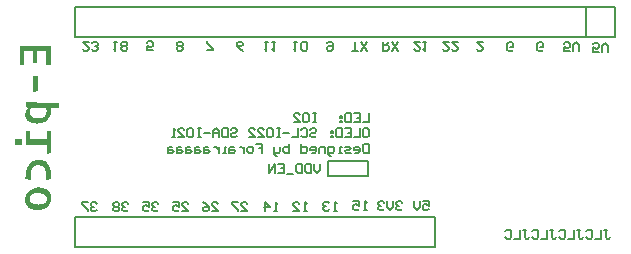
<source format=gbo>
G04*
G04 #@! TF.GenerationSoftware,Altium Limited,Altium Designer,21.8.1 (53)*
G04*
G04 Layer_Color=32896*
%FSLAX25Y25*%
%MOIN*%
G70*
G04*
G04 #@! TF.SameCoordinates,17BD96DF-920B-4E40-B81F-192E6F3E527F*
G04*
G04*
G04 #@! TF.FilePolarity,Positive*
G04*
G01*
G75*
%ADD14C,0.00600*%
%ADD15C,0.00800*%
%ADD16C,0.00787*%
G36*
X447312Y210114D02*
X445758Y209966D01*
Y214612D01*
X442814D01*
Y210725D01*
X441426D01*
Y214612D01*
X438576D01*
Y210077D01*
X437002D01*
Y216500D01*
X447312D01*
Y210114D01*
D02*
G37*
G36*
X443148Y201359D02*
X441593Y201229D01*
Y206542D01*
X443148D01*
Y201359D01*
D02*
G37*
G36*
X439316Y197657D02*
X439427D01*
X439575D01*
X439742D01*
X439946Y197638D01*
X440149D01*
X440390D01*
X440649Y197620D01*
X440945D01*
X441241D01*
X441556Y197601D01*
X441908D01*
X442259D01*
X442278D01*
X442352D01*
X442463D01*
X442611D01*
X442814D01*
X443037Y197583D01*
X443314D01*
X443629D01*
X443981D01*
X444351D01*
X444777Y197564D01*
X445221D01*
X445702D01*
X446220D01*
X446776D01*
X447350D01*
X450200D01*
X450033Y195732D01*
X447516D01*
Y195065D01*
X447498Y194954D01*
X447479Y194806D01*
X447442Y194492D01*
X447387Y194140D01*
X447294Y193733D01*
X447164Y193325D01*
X446979Y192918D01*
Y192900D01*
X446961Y192863D01*
X446924Y192807D01*
X446868Y192733D01*
X446739Y192548D01*
X446572Y192307D01*
X446350Y192030D01*
X446072Y191752D01*
X445739Y191474D01*
X445369Y191215D01*
X445350D01*
X445313Y191178D01*
X445258Y191160D01*
X445184Y191104D01*
X445073Y191067D01*
X444943Y191012D01*
X444795Y190956D01*
X444647Y190882D01*
X444258Y190771D01*
X443814Y190660D01*
X443314Y190586D01*
X442759Y190568D01*
X442740D01*
X442685D01*
X442574D01*
X442463Y190586D01*
X442296Y190604D01*
X442130Y190623D01*
X441926Y190641D01*
X441704Y190679D01*
X441260Y190790D01*
X440778Y190938D01*
X440316Y191141D01*
X440094Y191271D01*
X439890Y191419D01*
X439871D01*
X439853Y191456D01*
X439797Y191511D01*
X439723Y191567D01*
X439557Y191752D01*
X439353Y191993D01*
X439168Y192307D01*
X438983Y192678D01*
X438872Y193103D01*
X438835Y193325D01*
X438816Y193566D01*
Y193696D01*
X438835Y193825D01*
X438853Y194010D01*
X438890Y194214D01*
X438946Y194436D01*
X439020Y194658D01*
X439113Y194880D01*
X439131Y194899D01*
X439168Y194973D01*
X439224Y195084D01*
X439316Y195213D01*
X439427Y195380D01*
X439538Y195547D01*
X439834Y195898D01*
X439002Y195972D01*
X439094Y197675D01*
X439113D01*
X439150D01*
X439224D01*
X439316Y197657D01*
D02*
G37*
G36*
X437761Y183478D02*
X435448Y183330D01*
Y185255D01*
X437761Y185385D01*
Y183478D01*
D02*
G37*
G36*
X440482Y185274D02*
X445943D01*
Y188161D01*
X447312D01*
Y180683D01*
X445943Y180535D01*
Y183423D01*
X439039D01*
Y188050D01*
X440353Y188198D01*
X440482Y185274D01*
D02*
G37*
G36*
X443647Y178462D02*
X443777D01*
X444092Y178425D01*
X444443Y178369D01*
X444832Y178277D01*
X445221Y178129D01*
X445610Y177944D01*
X445628D01*
X445646Y177907D01*
X445702Y177888D01*
X445776Y177833D01*
X445943Y177684D01*
X446165Y177481D01*
X446406Y177203D01*
X446646Y176852D01*
X446776Y176666D01*
X446887Y176444D01*
X446998Y176204D01*
X447090Y175945D01*
Y175926D01*
X447109Y175871D01*
X447127Y175796D01*
X447164Y175685D01*
X447201Y175537D01*
X447238Y175352D01*
X447275Y175149D01*
X447312Y174908D01*
X447331Y174649D01*
X447368Y174334D01*
X447387Y174020D01*
X447405Y173649D01*
X447424Y173279D01*
X447405Y172853D01*
Y172409D01*
X447368Y171946D01*
X445887Y171761D01*
Y171872D01*
X445906Y172020D01*
Y172983D01*
X445887Y173279D01*
X445832Y173908D01*
X445739Y174556D01*
X445665Y174853D01*
X445591Y175130D01*
X445480Y175389D01*
X445369Y175611D01*
Y175630D01*
X445332Y175648D01*
X445295Y175704D01*
X445239Y175778D01*
X445073Y175963D01*
X444962Y176056D01*
X444832Y176148D01*
X444684Y176259D01*
X444499Y176352D01*
X444314Y176444D01*
X444110Y176518D01*
X443888Y176574D01*
X443629Y176629D01*
X443370Y176666D01*
X443074D01*
X443055D01*
X443037D01*
X442944D01*
X442777Y176648D01*
X442592Y176629D01*
X442389Y176592D01*
X442148Y176537D01*
X441926Y176463D01*
X441704Y176352D01*
X441685Y176333D01*
X441611Y176278D01*
X441500Y176185D01*
X441389Y176037D01*
X441241Y175852D01*
X441093Y175611D01*
X440964Y175315D01*
X440852Y174964D01*
Y174945D01*
X440834Y174908D01*
Y174853D01*
X440815Y174760D01*
X440797Y174667D01*
X440760Y174519D01*
X440741Y174371D01*
X440723Y174186D01*
X440704Y173983D01*
X440667Y173760D01*
X440649Y173501D01*
Y173224D01*
X440630Y172927D01*
Y171872D01*
X438909Y172002D01*
Y172243D01*
X438927Y172409D01*
Y172613D01*
X438946Y172853D01*
X438964Y173131D01*
X439002Y173409D01*
X439076Y174038D01*
X439186Y174686D01*
X439335Y175315D01*
X439427Y175611D01*
X439538Y175889D01*
Y175908D01*
X439557Y175945D01*
X439594Y176019D01*
X439649Y176111D01*
X439705Y176241D01*
X439779Y176370D01*
X439964Y176666D01*
X440186Y177000D01*
X440464Y177333D01*
X440778Y177647D01*
X440945Y177777D01*
X441130Y177907D01*
X441149D01*
X441167Y177925D01*
X441223Y177962D01*
X441297Y177999D01*
X441389Y178036D01*
X441500Y178092D01*
X441778Y178203D01*
X442111Y178314D01*
X442481Y178406D01*
X442889Y178462D01*
X443314Y178481D01*
X443333D01*
X443370D01*
X443444D01*
X443536D01*
X443647Y178462D01*
D02*
G37*
G36*
X443703Y169263D02*
X443870Y169244D01*
X444073Y169226D01*
X444295Y169188D01*
X444517Y169151D01*
X445017Y169040D01*
X445536Y168855D01*
X445795Y168744D01*
X446035Y168615D01*
X446276Y168467D01*
X446480Y168300D01*
X446498Y168281D01*
X446517Y168263D01*
X446572Y168207D01*
X446646Y168133D01*
X446720Y168022D01*
X446813Y167911D01*
X446924Y167782D01*
X447016Y167615D01*
X447220Y167263D01*
X447387Y166819D01*
X447461Y166578D01*
X447498Y166319D01*
X447535Y166060D01*
X447553Y165764D01*
Y165690D01*
X447535Y165597D01*
Y165486D01*
X447516Y165338D01*
X447479Y165172D01*
X447442Y164968D01*
X447387Y164765D01*
X447238Y164320D01*
X447146Y164080D01*
X447016Y163839D01*
X446887Y163598D01*
X446720Y163358D01*
X446535Y163136D01*
X446313Y162914D01*
X446294Y162895D01*
X446257Y162858D01*
X446183Y162803D01*
X446091Y162728D01*
X445961Y162654D01*
X445813Y162543D01*
X445646Y162451D01*
X445443Y162340D01*
X445221Y162229D01*
X444962Y162118D01*
X444702Y162025D01*
X444406Y161933D01*
X444073Y161858D01*
X443740Y161784D01*
X443388Y161747D01*
X443000Y161729D01*
X442981D01*
X442907D01*
X442796D01*
X442666Y161747D01*
X442481Y161766D01*
X442296Y161784D01*
X442074Y161821D01*
X441833Y161858D01*
X441334Y161969D01*
X440815Y162155D01*
X440556Y162266D01*
X440316Y162395D01*
X440075Y162543D01*
X439871Y162710D01*
X439853Y162728D01*
X439816Y162747D01*
X439779Y162803D01*
X439705Y162876D01*
X439612Y162969D01*
X439520Y163099D01*
X439427Y163228D01*
X439316Y163376D01*
X439224Y163561D01*
X439131Y163747D01*
X438946Y164172D01*
X438872Y164413D01*
X438835Y164672D01*
X438798Y164950D01*
X438779Y165246D01*
Y165431D01*
X438816Y165653D01*
X438853Y165912D01*
X438927Y166227D01*
X439020Y166560D01*
X439168Y166912D01*
X439372Y167263D01*
Y167282D01*
X439390Y167300D01*
X439483Y167411D01*
X439612Y167578D01*
X439779Y167782D01*
X440020Y168022D01*
X440297Y168263D01*
X440612Y168504D01*
X440982Y168726D01*
X441001D01*
X441038Y168744D01*
X441093Y168781D01*
X441167Y168818D01*
X441260Y168855D01*
X441389Y168892D01*
X441667Y169003D01*
X442019Y169096D01*
X442426Y169188D01*
X442870Y169263D01*
X443370Y169281D01*
X443388D01*
X443462D01*
X443573D01*
X443703Y169263D01*
D02*
G37*
%LPC*%
G36*
X441204Y195787D02*
X440852D01*
X440834Y195769D01*
X440815Y195732D01*
X440760Y195658D01*
X440723Y195565D01*
X440593Y195343D01*
X440482Y195084D01*
Y195065D01*
X440464Y195010D01*
X440427Y194936D01*
X440408Y194843D01*
X440353Y194603D01*
X440316Y194325D01*
Y194288D01*
X440334Y194177D01*
X440353Y194029D01*
X440408Y193825D01*
X440501Y193603D01*
X440630Y193381D01*
X440815Y193159D01*
X441056Y192937D01*
X441093Y192918D01*
X441186Y192844D01*
X441352Y192770D01*
X441593Y192659D01*
X441908Y192567D01*
X442278Y192474D01*
X442722Y192419D01*
X443222Y192382D01*
X443240D01*
X443277D01*
X443351D01*
X443444Y192400D01*
X443555D01*
X443684Y192419D01*
X443999Y192474D01*
X444332Y192567D01*
X444665Y192678D01*
X444999Y192844D01*
X445276Y193048D01*
X445313Y193085D01*
X445387Y193159D01*
X445499Y193289D01*
X445610Y193474D01*
X445739Y193714D01*
X445850Y193992D01*
X445924Y194288D01*
X445961Y194640D01*
Y194825D01*
X445943Y194991D01*
X445906Y195195D01*
Y195213D01*
X445887Y195232D01*
Y195288D01*
X445869Y195362D01*
X445813Y195528D01*
X445758Y195732D01*
X445739D01*
X445684D01*
X445591D01*
X445480D01*
X445350D01*
X445184D01*
X444999D01*
X444795D01*
X444351D01*
X443888D01*
X443407Y195750D01*
X442944D01*
X442926D01*
X442889D01*
X442833D01*
X442740D01*
X442629D01*
X442518D01*
X442222Y195769D01*
X441908D01*
X441556D01*
X441204Y195787D01*
D02*
G37*
G36*
X443018Y167411D02*
X443000D01*
X442963D01*
X442889D01*
X442796Y167393D01*
X442685D01*
X442555Y167375D01*
X442259Y167337D01*
X441926Y167282D01*
X441593Y167189D01*
X441260Y167078D01*
X440982Y166912D01*
X440945Y166893D01*
X440871Y166819D01*
X440760Y166708D01*
X440630Y166560D01*
X440501Y166356D01*
X440390Y166134D01*
X440316Y165857D01*
X440279Y165560D01*
Y165524D01*
X440297Y165412D01*
X440316Y165246D01*
X440390Y165024D01*
X440482Y164802D01*
X440612Y164561D01*
X440797Y164320D01*
X441056Y164117D01*
X441093Y164098D01*
X441204Y164043D01*
X441371Y163950D01*
X441630Y163858D01*
X441945Y163765D01*
X442333Y163672D01*
X442796Y163617D01*
X443333Y163580D01*
X443351D01*
X443388D01*
X443462D01*
X443555Y163598D01*
X443666D01*
X443795Y163617D01*
X444110Y163654D01*
X444443Y163709D01*
X444777Y163802D01*
X445110Y163932D01*
X445406Y164098D01*
X445443Y164117D01*
X445517Y164191D01*
X445628Y164302D01*
X445739Y164450D01*
X445869Y164635D01*
X445980Y164876D01*
X446054Y165135D01*
X446091Y165431D01*
Y165468D01*
X446072Y165579D01*
X446035Y165746D01*
X445980Y165949D01*
X445887Y166190D01*
X445758Y166430D01*
X445573Y166671D01*
X445313Y166875D01*
X445276Y166893D01*
X445165Y166949D01*
X444980Y167041D01*
X444739Y167134D01*
X444406Y167226D01*
X444018Y167319D01*
X443555Y167375D01*
X443018Y167411D01*
D02*
G37*
%LPD*%
D14*
X553300Y193976D02*
Y190977D01*
X551301D01*
X548302Y193976D02*
X550301D01*
Y190977D01*
X548302D01*
X550301Y192477D02*
X549301D01*
X547302Y193976D02*
Y190977D01*
X545802D01*
X545303Y191477D01*
Y193476D01*
X545802Y193976D01*
X547302D01*
X544303Y192977D02*
X543803D01*
Y192477D01*
X544303D01*
Y192977D01*
Y191477D02*
X543803D01*
Y190977D01*
X544303D01*
Y191477D01*
X535806Y193976D02*
X534806D01*
X535306D01*
Y190977D01*
X535806D01*
X534806D01*
X531807Y193976D02*
X532807D01*
X533307Y193476D01*
Y191477D01*
X532807Y190977D01*
X531807D01*
X531307Y191477D01*
Y193476D01*
X531807Y193976D01*
X528308Y190977D02*
X530307D01*
X528308Y192977D01*
Y193476D01*
X528808Y193976D01*
X529808D01*
X530307Y193476D01*
X551800Y188938D02*
X552800D01*
X553300Y188438D01*
Y186438D01*
X552800Y185939D01*
X551800D01*
X551301Y186438D01*
Y188438D01*
X551800Y188938D01*
X550301D02*
Y185939D01*
X548302D01*
X545303Y188938D02*
X547302D01*
Y185939D01*
X545303D01*
X547302Y187438D02*
X546302D01*
X544303Y188938D02*
Y185939D01*
X542803D01*
X542304Y186438D01*
Y188438D01*
X542803Y188938D01*
X544303D01*
X541304Y187938D02*
X540804D01*
Y187438D01*
X541304D01*
Y187938D01*
Y186438D02*
X540804D01*
Y185939D01*
X541304D01*
Y186438D01*
X533806Y188438D02*
X534306Y188938D01*
X535306D01*
X535806Y188438D01*
Y187938D01*
X535306Y187438D01*
X534306D01*
X533806Y186938D01*
Y186438D01*
X534306Y185939D01*
X535306D01*
X535806Y186438D01*
X530807Y188438D02*
X531307Y188938D01*
X532307D01*
X532807Y188438D01*
Y186438D01*
X532307Y185939D01*
X531307D01*
X530807Y186438D01*
X529808Y188938D02*
Y185939D01*
X527808D01*
X526809Y187438D02*
X524809D01*
X523809Y188938D02*
X522810D01*
X523310D01*
Y185939D01*
X523809D01*
X522810D01*
X519811Y188938D02*
X520811D01*
X521310Y188438D01*
Y186438D01*
X520811Y185939D01*
X519811D01*
X519311Y186438D01*
Y188438D01*
X519811Y188938D01*
X516312Y185939D02*
X518311D01*
X516312Y187938D01*
Y188438D01*
X516812Y188938D01*
X517811D01*
X518311Y188438D01*
X513313Y185939D02*
X515312D01*
X513313Y187938D01*
Y188438D01*
X513813Y188938D01*
X514812D01*
X515312Y188438D01*
X507315D02*
X507815Y188938D01*
X508814D01*
X509314Y188438D01*
Y187938D01*
X508814Y187438D01*
X507815D01*
X507315Y186938D01*
Y186438D01*
X507815Y185939D01*
X508814D01*
X509314Y186438D01*
X506315Y188938D02*
Y185939D01*
X504816D01*
X504316Y186438D01*
Y188438D01*
X504816Y188938D01*
X506315D01*
X503316Y185939D02*
Y187938D01*
X502317Y188938D01*
X501317Y187938D01*
Y185939D01*
Y187438D01*
X503316D01*
X500317D02*
X498318D01*
X497318Y188938D02*
X496318D01*
X496818D01*
Y185939D01*
X497318D01*
X496318D01*
X493319Y188938D02*
X494319D01*
X494819Y188438D01*
Y186438D01*
X494319Y185939D01*
X493319D01*
X492820Y186438D01*
Y188438D01*
X493319Y188938D01*
X489820Y185939D02*
X491820D01*
X489820Y187938D01*
Y188438D01*
X490320Y188938D01*
X491320D01*
X491820Y188438D01*
X488821Y185939D02*
X487821D01*
X488321D01*
Y188938D01*
X488821Y188438D01*
X553300Y183899D02*
Y180900D01*
X551800D01*
X551301Y181400D01*
Y183399D01*
X551800Y183899D01*
X553300D01*
X548802Y180900D02*
X549801D01*
X550301Y181400D01*
Y182399D01*
X549801Y182899D01*
X548802D01*
X548302Y182399D01*
Y181899D01*
X550301D01*
X547302Y180900D02*
X545802D01*
X545303Y181400D01*
X545802Y181899D01*
X546802D01*
X547302Y182399D01*
X546802Y182899D01*
X545303D01*
X544303Y180900D02*
X543303D01*
X543803D01*
Y182899D01*
X544303D01*
X540804Y179900D02*
X540304D01*
X539804Y180400D01*
Y182899D01*
X541304D01*
X541804Y182399D01*
Y181400D01*
X541304Y180900D01*
X539804D01*
X538805D02*
Y182899D01*
X537305D01*
X536805Y182399D01*
Y180900D01*
X534306D02*
X535306D01*
X535806Y181400D01*
Y182399D01*
X535306Y182899D01*
X534306D01*
X533806Y182399D01*
Y181899D01*
X535806D01*
X530807Y183899D02*
Y180900D01*
X532307D01*
X532807Y181400D01*
Y182399D01*
X532307Y182899D01*
X530807D01*
X526809Y183899D02*
Y180900D01*
X525309D01*
X524809Y181400D01*
Y181899D01*
Y182399D01*
X525309Y182899D01*
X526809D01*
X523809D02*
Y181400D01*
X523310Y180900D01*
X521810D01*
Y180400D01*
X522310Y179900D01*
X522810D01*
X521810Y180900D02*
Y182899D01*
X515812Y183899D02*
X517811D01*
Y182399D01*
X516812D01*
X517811D01*
Y180900D01*
X514313D02*
X513313D01*
X512813Y181400D01*
Y182399D01*
X513313Y182899D01*
X514313D01*
X514812Y182399D01*
Y181400D01*
X514313Y180900D01*
X511813Y182899D02*
Y180900D01*
Y181899D01*
X511314Y182399D01*
X510814Y182899D01*
X510314D01*
X508315D02*
X507315D01*
X506815Y182399D01*
Y180900D01*
X508315D01*
X508814Y181400D01*
X508315Y181899D01*
X506815D01*
X505815Y180900D02*
X504816D01*
X505315D01*
Y182899D01*
X505815D01*
X503316D02*
Y180900D01*
Y181899D01*
X502816Y182399D01*
X502317Y182899D01*
X501817D01*
X499817D02*
X498818D01*
X498318Y182399D01*
Y180900D01*
X499817D01*
X500317Y181400D01*
X499817Y181899D01*
X498318D01*
X496818Y182899D02*
X495819D01*
X495319Y182399D01*
Y180900D01*
X496818D01*
X497318Y181400D01*
X496818Y181899D01*
X495319D01*
X493819Y182899D02*
X492820D01*
X492320Y182399D01*
Y180900D01*
X493819D01*
X494319Y181400D01*
X493819Y181899D01*
X492320D01*
X490820Y182899D02*
X489820D01*
X489321Y182399D01*
Y180900D01*
X490820D01*
X491320Y181400D01*
X490820Y181899D01*
X489321D01*
X487821Y182899D02*
X486822D01*
X486322Y182399D01*
Y180900D01*
X487821D01*
X488321Y181400D01*
X487821Y181899D01*
X486322D01*
X462700Y163799D02*
X462200Y164299D01*
X461201D01*
X460701Y163799D01*
Y163299D01*
X461201Y162800D01*
X461700D01*
X461201D01*
X460701Y162300D01*
Y161800D01*
X461201Y161300D01*
X462200D01*
X462700Y161800D01*
X459701Y164299D02*
X457702D01*
Y163799D01*
X459701Y161800D01*
Y161300D01*
X473200Y163899D02*
X472700Y164399D01*
X471700D01*
X471201Y163899D01*
Y163399D01*
X471700Y162899D01*
X472200D01*
X471700D01*
X471201Y162400D01*
Y161900D01*
X471700Y161400D01*
X472700D01*
X473200Y161900D01*
X470201Y163899D02*
X469701Y164399D01*
X468702D01*
X468202Y163899D01*
Y163399D01*
X468702Y162899D01*
X468202Y162400D01*
Y161900D01*
X468702Y161400D01*
X469701D01*
X470201Y161900D01*
Y162400D01*
X469701Y162899D01*
X470201Y163399D01*
Y163899D01*
X469701Y162899D02*
X468702D01*
X483200Y163899D02*
X482700Y164399D01*
X481701D01*
X481201Y163899D01*
Y163399D01*
X481701Y162899D01*
X482200D01*
X481701D01*
X481201Y162400D01*
Y161900D01*
X481701Y161400D01*
X482700D01*
X483200Y161900D01*
X478202Y164399D02*
X480201D01*
Y162899D01*
X479201Y163399D01*
X478701D01*
X478202Y162899D01*
Y161900D01*
X478701Y161400D01*
X479701D01*
X480201Y161900D01*
X491201Y161400D02*
X493200D01*
X491201Y163399D01*
Y163899D01*
X491701Y164399D01*
X492700D01*
X493200Y163899D01*
X488202Y164399D02*
X490201D01*
Y162899D01*
X489201Y163399D01*
X488701D01*
X488202Y162899D01*
Y161900D01*
X488701Y161400D01*
X489701D01*
X490201Y161900D01*
X501001Y161400D02*
X503000D01*
X501001Y163399D01*
Y163899D01*
X501501Y164399D01*
X502500D01*
X503000Y163899D01*
X498002Y164399D02*
X499001Y163899D01*
X500001Y162899D01*
Y161900D01*
X499501Y161400D01*
X498501D01*
X498002Y161900D01*
Y162400D01*
X498501Y162899D01*
X500001D01*
X510901Y161400D02*
X512900D01*
X510901Y163399D01*
Y163899D01*
X511401Y164399D01*
X512400D01*
X512900Y163899D01*
X509901Y164399D02*
X507902D01*
Y163899D01*
X509901Y161900D01*
Y161400D01*
X522800D02*
X521800D01*
X522300D01*
Y164399D01*
X522800Y163899D01*
X518801Y161400D02*
Y164399D01*
X520301Y162899D01*
X518301D01*
X532600Y161400D02*
X531600D01*
X532100D01*
Y164399D01*
X532600Y163899D01*
X528101Y161400D02*
X530101D01*
X528101Y163399D01*
Y163899D01*
X528601Y164399D01*
X529601D01*
X530101Y163899D01*
X542700Y161500D02*
X541700D01*
X542200D01*
Y164499D01*
X542700Y163999D01*
X540201D02*
X539701Y164499D01*
X538701D01*
X538202Y163999D01*
Y163499D01*
X538701Y162999D01*
X539201D01*
X538701D01*
X538202Y162500D01*
Y162000D01*
X538701Y161500D01*
X539701D01*
X540201Y162000D01*
X552700Y161600D02*
X551700D01*
X552200D01*
Y164599D01*
X552700Y164099D01*
X548202Y164599D02*
X550201D01*
Y163100D01*
X549201Y163599D01*
X548701D01*
X548202Y163100D01*
Y162100D01*
X548701Y161600D01*
X549701D01*
X550201Y162100D01*
X564500Y164099D02*
X564000Y164599D01*
X563000D01*
X562501Y164099D01*
Y163599D01*
X563000Y163100D01*
X563500D01*
X563000D01*
X562501Y162600D01*
Y162100D01*
X563000Y161600D01*
X564000D01*
X564500Y162100D01*
X561501Y164599D02*
Y162600D01*
X560501Y161600D01*
X559502Y162600D01*
Y164599D01*
X558502Y164099D02*
X558002Y164599D01*
X557002D01*
X556503Y164099D01*
Y163599D01*
X557002Y163100D01*
X557502D01*
X557002D01*
X556503Y162600D01*
Y162100D01*
X557002Y161600D01*
X558002D01*
X558502Y162100D01*
X571301Y164599D02*
X573300D01*
Y163100D01*
X572300Y163599D01*
X571801D01*
X571301Y163100D01*
Y162100D01*
X571801Y161600D01*
X572800D01*
X573300Y162100D01*
X570301Y164599D02*
Y162600D01*
X569301Y161600D01*
X568302Y162600D01*
Y164599D01*
X459999Y217800D02*
X458000D01*
X459999Y215801D01*
Y215301D01*
X459500Y214801D01*
X458500D01*
X458000Y215301D01*
X460999D02*
X461499Y214801D01*
X462499D01*
X462998Y215301D01*
Y215801D01*
X462499Y216301D01*
X461999D01*
X462499D01*
X462998Y216800D01*
Y217300D01*
X462499Y217800D01*
X461499D01*
X460999Y217300D01*
X468300Y217800D02*
X469300D01*
X468800D01*
Y214801D01*
X468300Y215301D01*
X470799D02*
X471299Y214801D01*
X472299D01*
X472798Y215301D01*
Y215801D01*
X472299Y216301D01*
X472798Y216800D01*
Y217300D01*
X472299Y217800D01*
X471299D01*
X470799Y217300D01*
Y216800D01*
X471299Y216301D01*
X470799Y215801D01*
Y215301D01*
X471299Y216301D02*
X472299D01*
X481399Y215001D02*
X479400D01*
Y216500D01*
X480400Y216001D01*
X480899D01*
X481399Y216500D01*
Y217500D01*
X480899Y218000D01*
X479900D01*
X479400Y217500D01*
X489400Y215401D02*
X489900Y214901D01*
X490900D01*
X491399Y215401D01*
Y215901D01*
X490900Y216401D01*
X491399Y216900D01*
Y217400D01*
X490900Y217900D01*
X489900D01*
X489400Y217400D01*
Y216900D01*
X489900Y216401D01*
X489400Y215901D01*
Y215401D01*
X489900Y216401D02*
X490900D01*
X499400Y215001D02*
X501399D01*
Y215501D01*
X499400Y217500D01*
Y218000D01*
X511299Y214801D02*
X510300Y215301D01*
X509300Y216301D01*
Y217300D01*
X509800Y217800D01*
X510800D01*
X511299Y217300D01*
Y216800D01*
X510800Y216301D01*
X509300D01*
X518700Y217900D02*
X519700D01*
X519200D01*
Y214901D01*
X518700Y215401D01*
X521199Y217900D02*
X522199D01*
X521699D01*
Y214901D01*
X521199Y215401D01*
X528300Y217900D02*
X529300D01*
X528800D01*
Y214901D01*
X528300Y215401D01*
X530799D02*
X531299Y214901D01*
X532299D01*
X532798Y215401D01*
Y217400D01*
X532299Y217900D01*
X531299D01*
X530799Y217400D01*
Y215401D01*
X539400Y217400D02*
X539900Y217900D01*
X540900D01*
X541399Y217400D01*
Y215401D01*
X540900Y214901D01*
X539900D01*
X539400Y215401D01*
Y215901D01*
X539900Y216401D01*
X541399D01*
X547800Y214901D02*
X549799D01*
X548800D01*
Y217900D01*
X550799Y214901D02*
X552798Y217900D01*
Y214901D02*
X550799Y217900D01*
X558000Y217800D02*
Y214801D01*
X559500D01*
X559999Y215301D01*
Y216301D01*
X559500Y216800D01*
X558000D01*
X559000D02*
X559999Y217800D01*
X560999Y214801D02*
X562998Y217800D01*
Y214801D02*
X560999Y217800D01*
X570499D02*
X568500D01*
X570499Y215801D01*
Y215301D01*
X570000Y214801D01*
X569000D01*
X568500Y215301D01*
X571499Y217800D02*
X572499D01*
X571999D01*
Y214801D01*
X571499Y215301D01*
X601499Y215201D02*
X600999Y214701D01*
X600000D01*
X599500Y215201D01*
Y217200D01*
X600000Y217700D01*
X600999D01*
X601499Y217200D01*
Y216200D01*
X600500D01*
X579999Y217800D02*
X578000D01*
X579999Y215801D01*
Y215301D01*
X579499Y214801D01*
X578500D01*
X578000Y215301D01*
X582998Y217800D02*
X580999D01*
X582998Y215801D01*
Y215301D01*
X582499Y214801D01*
X581499D01*
X580999Y215301D01*
X591399Y217800D02*
X589400D01*
X591399Y215801D01*
Y215301D01*
X590900Y214801D01*
X589900D01*
X589400Y215301D01*
X611499Y215101D02*
X610999Y214601D01*
X610000D01*
X609500Y215101D01*
Y217100D01*
X610000Y217600D01*
X610999D01*
X611499Y217100D01*
Y216101D01*
X610500D01*
X620399Y214601D02*
X618400D01*
Y216101D01*
X619400Y215601D01*
X619900D01*
X620399Y216101D01*
Y217100D01*
X619900Y217600D01*
X618900D01*
X618400Y217100D01*
X621399Y214601D02*
Y216600D01*
X622399Y217600D01*
X623398Y216600D01*
Y214601D01*
X631901Y155099D02*
X632900D01*
X632401D01*
Y152600D01*
X632900Y152100D01*
X633400D01*
X633900Y152600D01*
X630901Y155099D02*
Y152100D01*
X628902D01*
X625903Y154599D02*
X626402Y155099D01*
X627402D01*
X627902Y154599D01*
Y152600D01*
X627402Y152100D01*
X626402D01*
X625903Y152600D01*
X622904Y155099D02*
X623903D01*
X623403D01*
Y152600D01*
X623903Y152100D01*
X624403D01*
X624903Y152600D01*
X621904Y155099D02*
Y152100D01*
X619905D01*
X616905Y154599D02*
X617405Y155099D01*
X618405D01*
X618905Y154599D01*
Y152600D01*
X618405Y152100D01*
X617405D01*
X616905Y152600D01*
X613906Y155099D02*
X614906D01*
X614406D01*
Y152600D01*
X614906Y152100D01*
X615406D01*
X615906Y152600D01*
X612907Y155099D02*
Y152100D01*
X610907D01*
X607908Y154599D02*
X608408Y155099D01*
X609408D01*
X609908Y154599D01*
Y152600D01*
X609408Y152100D01*
X608408D01*
X607908Y152600D01*
X604909Y155099D02*
X605909D01*
X605409D01*
Y152600D01*
X605909Y152100D01*
X606409D01*
X606909Y152600D01*
X603910Y155099D02*
Y152100D01*
X601910D01*
X598911Y154599D02*
X599411Y155099D01*
X600411D01*
X600911Y154599D01*
Y152600D01*
X600411Y152100D01*
X599411D01*
X598911Y152600D01*
X537100Y177099D02*
Y175100D01*
X536100Y174100D01*
X535101Y175100D01*
Y177099D01*
X534101D02*
Y174100D01*
X532601D01*
X532102Y174600D01*
Y176599D01*
X532601Y177099D01*
X534101D01*
X531102D02*
Y174100D01*
X529602D01*
X529103Y174600D01*
Y176599D01*
X529602Y177099D01*
X531102D01*
X528103Y173600D02*
X526104D01*
X523104Y177099D02*
X525104D01*
Y174100D01*
X523104D01*
X525104Y175599D02*
X524104D01*
X522105Y174100D02*
Y177099D01*
X520106Y174100D01*
Y177099D01*
X629999Y214501D02*
X628000D01*
Y216001D01*
X629000Y215501D01*
X629499D01*
X629999Y216001D01*
Y217000D01*
X629499Y217500D01*
X628500D01*
X628000Y217000D01*
X630999Y214501D02*
Y216500D01*
X631999Y217500D01*
X632998Y216500D01*
Y214501D01*
D15*
X539750Y173000D02*
X553250D01*
X539750D02*
Y178200D01*
X553250D01*
Y173000D02*
Y178200D01*
D16*
X625666Y219579D02*
Y229421D01*
X455587Y219500D02*
X635587D01*
Y229500D01*
X628087D02*
X635587D01*
X455587D02*
X628587D01*
X455587Y219500D02*
Y229500D01*
Y159500D02*
X575587D01*
X455587Y149500D02*
Y159500D01*
Y149500D02*
X575587D01*
Y159500D01*
M02*

</source>
